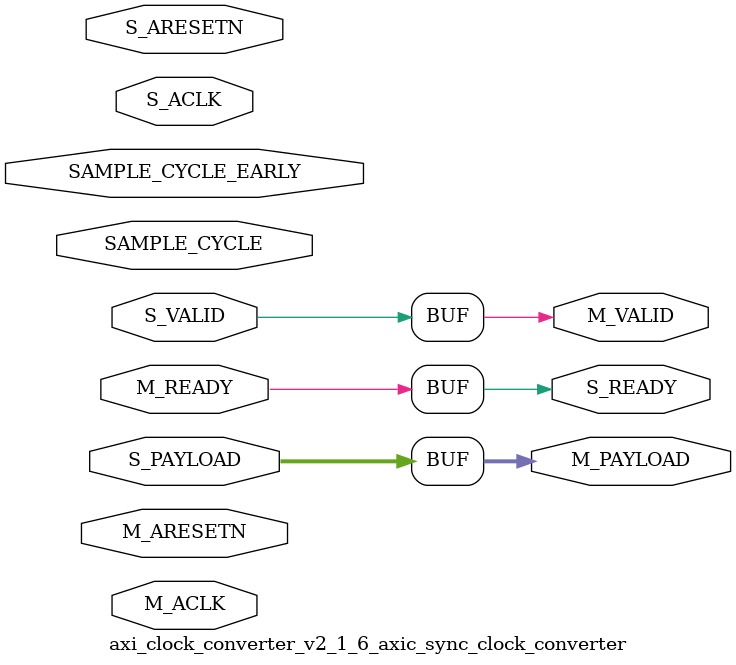
<source format=v>

`timescale 1ps/1ps
`default_nettype none

(* DowngradeIPIdentifiedWarnings="yes" *) 
module axi_clock_converter_v2_1_6_axic_sync_clock_converter # (
///////////////////////////////////////////////////////////////////////////////
// Parameter Definitions
///////////////////////////////////////////////////////////////////////////////
  parameter C_FAMILY     = "virtex6",
  parameter integer C_PAYLOAD_WIDTH = 32,
  parameter integer C_S_ACLK_RATIO = 1,
  parameter integer C_M_ACLK_RATIO = 1 ,
  parameter integer C_MODE = 0  // 0 = light-weight (1-deep); 1 = fully-pipelined (2-deep)
  )
 (
///////////////////////////////////////////////////////////////////////////////
// Port Declarations
///////////////////////////////////////////////////////////////////////////////
  input wire                    SAMPLE_CYCLE_EARLY,
  input wire                    SAMPLE_CYCLE,
  // Slave side
  input  wire                        S_ACLK,
  input  wire                        S_ARESETN,
  input  wire [C_PAYLOAD_WIDTH-1:0] S_PAYLOAD,
  input  wire                        S_VALID,
  output wire                        S_READY,

  // Master side
  input  wire                        M_ACLK,
  input  wire                        M_ARESETN,
  output wire [C_PAYLOAD_WIDTH-1:0] M_PAYLOAD,
  output wire                        M_VALID,
  input  wire                        M_READY
);

////////////////////////////////////////////////////////////////////////////////
// Functions
////////////////////////////////////////////////////////////////////////////////

////////////////////////////////////////////////////////////////////////////////
// Local parameters
////////////////////////////////////////////////////////////////////////////////
localparam [1:0] ZERO = 2'b10;
localparam [1:0] ONE  = 2'b11;
localparam [1:0] TWO  = 2'b01;
localparam [1:0] INIT = 2'b00;
localparam integer P_LIGHT_WT = 0;
localparam integer P_FULLY_REG = 1;

////////////////////////////////////////////////////////////////////////////////
// Wires/Reg declarations
////////////////////////////////////////////////////////////////////////////////

////////////////////////////////////////////////////////////////////////////////
// BEGIN RTL
////////////////////////////////////////////////////////////////////////////////

generate
  if (C_S_ACLK_RATIO == C_M_ACLK_RATIO) begin : gen_passthru
    assign M_PAYLOAD = S_PAYLOAD;
    assign M_VALID   = S_VALID;
    assign S_READY   = M_READY;      
  end else begin : gen_sync_clock_converter
    wire s_sample_cycle;
    wire s_sample_cycle_early;
    wire m_sample_cycle;
    wire m_sample_cycle_early;

    wire slow_aclk;
    wire slow_areset;
    wire s_areset_r;
    wire m_areset_r;
   
    reg  s_tready_r; 
    wire s_tready_ns; 
    reg  m_tvalid_r; 
    wire m_tvalid_ns; 
    reg  [C_PAYLOAD_WIDTH-1:0] m_tpayload_r;
    reg  [C_PAYLOAD_WIDTH-1:0] m_tstorage_r;
    wire [C_PAYLOAD_WIDTH-1:0] m_tpayload_ns; 
    wire [C_PAYLOAD_WIDTH-1:0] m_tstorage_ns; 
    reg  m_tready_hold;
    wire m_tready_sample;
    wire load_tpayload;
    wire load_tstorage;
    wire load_tpayload_from_tstorage;
    reg [1:0] state;
    reg [1:0] next_state;
    
    reg s_aresetn_r = 1'b0; // Reset delay register
    always @(posedge S_ACLK) begin
      if (~S_ARESETN | ~M_ARESETN) begin
        s_aresetn_r <= 1'b0;
      end else begin
        s_aresetn_r <= S_ARESETN & M_ARESETN;
      end
    end
    assign s_areset_r = ~s_aresetn_r;

    reg m_aresetn_r = 1'b0; // Reset delay register
    always @(posedge M_ACLK) begin
      if (~S_ARESETN | ~M_ARESETN) begin
        m_aresetn_r <= 1'b0;
      end else begin
        m_aresetn_r <= S_ARESETN & M_ARESETN;
      end
    end
    assign m_areset_r = ~m_aresetn_r;

    if (C_S_ACLK_RATIO > C_M_ACLK_RATIO) begin : gen_slowclk_mi
      assign slow_aclk = M_ACLK;
    end else begin : gen_slowclk_si
      assign slow_aclk = S_ACLK;
    end
  
    assign slow_areset = (C_S_ACLK_RATIO > C_M_ACLK_RATIO) ? m_areset_r : s_areset_r;
    assign s_sample_cycle_early = (C_S_ACLK_RATIO > C_M_ACLK_RATIO) ? SAMPLE_CYCLE_EARLY : 1'b1;
    assign s_sample_cycle       = (C_S_ACLK_RATIO > C_M_ACLK_RATIO) ? SAMPLE_CYCLE : 1'b1;
    assign m_sample_cycle_early = (C_S_ACLK_RATIO > C_M_ACLK_RATIO) ? 1'b1 : SAMPLE_CYCLE_EARLY;
    assign m_sample_cycle       = (C_S_ACLK_RATIO > C_M_ACLK_RATIO) ? 1'b1 : SAMPLE_CYCLE;

    // Output flop for S_READY, value is encoded into state machine.
    assign s_tready_ns = (C_S_ACLK_RATIO > C_M_ACLK_RATIO) ? state[1] & (state != INIT) : next_state[1];

    always @(posedge S_ACLK) begin 
      if (s_areset_r) begin
        s_tready_r <= 1'b0;
      end
      else begin
        s_tready_r <= s_sample_cycle_early ? s_tready_ns : 1'b0;
      end
    end

    assign S_READY = s_tready_r;

    // Output flop for M_VALID
    assign m_tvalid_ns = next_state[0];

    always @(posedge M_ACLK) begin 
      if (m_areset_r) begin
        m_tvalid_r <= 1'b0;
      end
      else begin
        m_tvalid_r <= m_sample_cycle ? m_tvalid_ns : m_tvalid_r & ~M_READY;
      end
    end

    assign M_VALID = m_tvalid_r;

    // Hold register for M_READY when M_ACLK is fast.
    always @(posedge M_ACLK) begin 
      if (m_areset_r) begin
        m_tready_hold <= 1'b0;
      end
      else begin
        m_tready_hold <= m_sample_cycle ? 1'b0 : m_tready_sample;
      end
    end

    assign m_tready_sample = (M_READY ) | m_tready_hold;
    // Output/storage flops for PAYLOAD
    assign m_tpayload_ns = ~load_tpayload ? m_tpayload_r :
                           load_tpayload_from_tstorage ? m_tstorage_r : 
                           S_PAYLOAD;

    assign m_tstorage_ns = C_MODE ? (load_tstorage ? S_PAYLOAD : m_tstorage_r) : 0;

    always @(posedge slow_aclk) begin 
      m_tpayload_r <= m_tpayload_ns;
      m_tstorage_r <= C_MODE ? m_tstorage_ns : 0;
    end

    assign M_PAYLOAD = m_tpayload_r;

    // load logic
    assign load_tstorage = C_MODE && (state != TWO);
    assign load_tpayload = m_tready_sample || (state == ZERO);
    assign load_tpayload_from_tstorage = C_MODE && (state == TWO) && m_tready_sample;
    
    // State machine
    always @(posedge slow_aclk) begin 
      state <= next_state;
    end

    always @* begin 
      if (slow_areset) begin 
        next_state = INIT;
      end else begin
        case (state)
          INIT: begin
            next_state = ZERO;
          end
          // No transaction stored locally
          ZERO: begin
            if (S_VALID) begin
              next_state = C_MODE ? ONE : TWO; // Push from empty
            end
            else begin
              next_state = ZERO;
            end
          end

          // One transaction stored locally
          ONE: begin
            if (C_MODE == 0) begin
              next_state = TWO;  // State ONE is inaccessible when C_MODE=0
            end 
            else if (m_tready_sample & ~S_VALID) begin 
              next_state = ZERO; // Read out one so move to ZERO
            end
            else if (~m_tready_sample & S_VALID) begin
              next_state = TWO;  // Got another one so move to TWO
            end
            else begin
              next_state = ONE;
            end
          end

          // Storage registers full
          TWO: begin 
            if (m_tready_sample) begin
              next_state = C_MODE ? ONE : ZERO; // Pop from full
            end
            else begin
              next_state = TWO;
            end
          end
        endcase // case (state)
      end
    end
  end // gen_sync_clock_converter
  endgenerate
endmodule

`default_nettype wire


</source>
